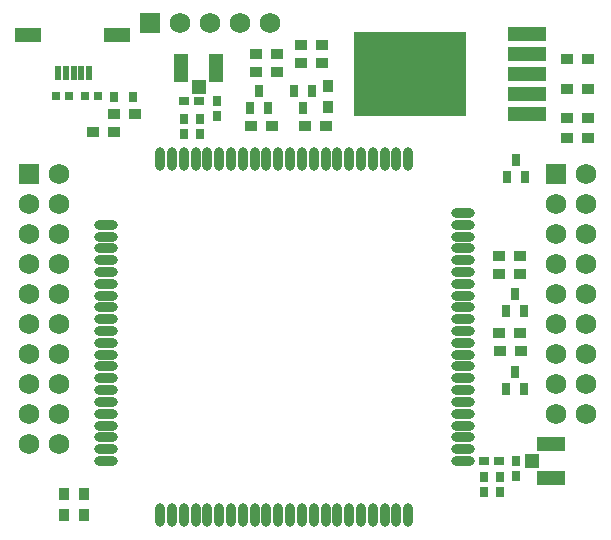
<source format=gts>
%FSLAX25Y25*%
%MOIN*%
G70*
G01*
G75*
G04 Layer_Color=8388736*
%ADD10R,0.02000X0.02500*%
%ADD11R,0.02500X0.02000*%
%ADD12R,0.02200X0.03300*%
%ADD13R,0.03500X0.03000*%
%ADD14R,0.03000X0.03500*%
%ADD15R,0.02362X0.02756*%
%ADD16R,0.01575X0.03937*%
%ADD17R,0.07874X0.03937*%
%ADD18R,0.11811X0.04213*%
%ADD19R,0.08661X0.04134*%
%ADD20R,0.04331X0.03937*%
%ADD21R,0.03937X0.04331*%
%ADD22R,0.04134X0.08661*%
%ADD23R,0.37008X0.27559*%
%ADD24O,0.02362X0.07087*%
%ADD25O,0.07087X0.02362*%
%ADD26R,0.01969X0.02362*%
%ADD27C,0.01200*%
%ADD28C,0.01000*%
%ADD29C,0.02000*%
%ADD30C,0.00600*%
%ADD31C,0.01500*%
%ADD32C,0.01300*%
%ADD33C,0.04000*%
%ADD34C,0.06000*%
%ADD35R,0.06000X0.06000*%
%ADD36R,0.06000X0.06000*%
%ADD37C,0.02500*%
%ADD38C,0.03000*%
%ADD39O,0.07600X0.02400*%
%ADD40R,0.07600X0.02400*%
%ADD41R,0.04724X0.01181*%
%ADD42R,0.01181X0.04724*%
%ADD43R,0.03937X0.02362*%
%ADD44R,0.03937X0.03937*%
%ADD45R,0.09449X0.10236*%
%ADD46R,0.07087X0.12992*%
%ADD47R,0.03937X0.03937*%
%ADD48R,0.03937X0.03937*%
%ADD49R,0.04921X0.07874*%
%ADD50R,0.09449X0.07087*%
%ADD51R,0.09843X0.04724*%
%ADD52R,0.04724X0.09843*%
%ADD53R,0.07087X0.05512*%
%ADD54R,0.02362X0.01969*%
%ADD55R,0.03300X0.02200*%
%ADD56R,0.05118X0.03150*%
%ADD57R,0.06693X0.05906*%
%ADD58C,0.01100*%
%ADD59C,0.07000*%
%ADD60C,0.00787*%
%ADD61C,0.01600*%
%ADD62C,0.00500*%
%ADD63C,0.00800*%
%ADD64R,0.00700X0.02537*%
%ADD65C,0.00400*%
%ADD66C,0.02756*%
%ADD67C,0.00700*%
%ADD68R,0.01870X0.17323*%
%ADD69R,0.01181X0.08412*%
%ADD70R,0.11811X0.01300*%
%ADD71R,0.13988X0.01000*%
%ADD72R,0.01300X0.11811*%
%ADD73R,0.02800X0.03300*%
%ADD74R,0.03300X0.02800*%
%ADD75R,0.03000X0.04100*%
%ADD76R,0.04300X0.03800*%
%ADD77R,0.03800X0.04300*%
%ADD78R,0.03162X0.03556*%
%ADD79R,0.02375X0.04737*%
%ADD80R,0.08674X0.04737*%
%ADD81R,0.12611X0.05013*%
%ADD82R,0.09461X0.04934*%
%ADD83R,0.05131X0.04737*%
%ADD84R,0.04737X0.05131*%
%ADD85R,0.04934X0.09461*%
%ADD86R,0.37808X0.28359*%
%ADD87O,0.03162X0.07887*%
%ADD88O,0.07887X0.03162*%
%ADD89R,0.02769X0.03162*%
%ADD90C,0.06800*%
%ADD91R,0.06800X0.06800*%
%ADD92R,0.06800X0.06800*%
D73*
X167830Y20500D02*
D03*
Y25500D02*
D03*
X162530Y15000D02*
D03*
Y20000D02*
D03*
X68142Y145500D02*
D03*
Y140500D02*
D03*
X62643Y134500D02*
D03*
Y139500D02*
D03*
X57143Y134500D02*
D03*
Y139500D02*
D03*
X157430Y20000D02*
D03*
Y15000D02*
D03*
D74*
X162430Y25500D02*
D03*
X157430D02*
D03*
X57143Y145500D02*
D03*
X62142D02*
D03*
D75*
X100032Y148874D02*
D03*
X94032D02*
D03*
X97032Y143074D02*
D03*
X167500Y81300D02*
D03*
X170500Y75500D02*
D03*
X164500D02*
D03*
Y49500D02*
D03*
X170500D02*
D03*
X167500Y55300D02*
D03*
X168000Y125800D02*
D03*
X171000Y120000D02*
D03*
X165000D02*
D03*
X82143Y148800D02*
D03*
X85142Y143000D02*
D03*
X79142D02*
D03*
D76*
X26900Y135000D02*
D03*
X33900D02*
D03*
X192000Y133294D02*
D03*
X185000D02*
D03*
Y159595D02*
D03*
X192000D02*
D03*
Y139700D02*
D03*
X185000D02*
D03*
X81442Y155000D02*
D03*
X88442D02*
D03*
X96143Y158000D02*
D03*
X103142D02*
D03*
X33874Y141000D02*
D03*
X40874D02*
D03*
X162343Y93800D02*
D03*
X169343D02*
D03*
X169500Y62000D02*
D03*
X162500D02*
D03*
X169343Y87800D02*
D03*
X162343D02*
D03*
X191937Y149594D02*
D03*
X184937D02*
D03*
X169343Y68300D02*
D03*
X162343D02*
D03*
X81442Y161000D02*
D03*
X97532Y137018D02*
D03*
X104532D02*
D03*
X96143Y164000D02*
D03*
X86513Y137018D02*
D03*
X79513D02*
D03*
X88442Y161000D02*
D03*
X103142Y164000D02*
D03*
D77*
X105437Y150594D02*
D03*
Y143595D02*
D03*
X17350Y7366D02*
D03*
Y14366D02*
D03*
X23850Y7366D02*
D03*
Y14366D02*
D03*
D78*
X40370Y146985D02*
D03*
X33874D02*
D03*
D79*
X17938Y154851D02*
D03*
X25615D02*
D03*
X20497D02*
D03*
X15379D02*
D03*
X23056D02*
D03*
D80*
X35064Y167450D02*
D03*
X5142D02*
D03*
D81*
X171537Y147787D02*
D03*
Y141095D02*
D03*
Y161173D02*
D03*
Y154480D02*
D03*
Y167866D02*
D03*
D82*
X179500Y19693D02*
D03*
Y31307D02*
D03*
D83*
X173201Y25500D02*
D03*
D84*
X62142Y150301D02*
D03*
D85*
X56335Y156600D02*
D03*
X67950D02*
D03*
D86*
X132649Y154520D02*
D03*
D87*
X53280Y7390D02*
D03*
X61154D02*
D03*
X65091D02*
D03*
X72965D02*
D03*
X69028D02*
D03*
X84776D02*
D03*
X88713D02*
D03*
X80839D02*
D03*
X76902D02*
D03*
X108398D02*
D03*
X112335D02*
D03*
X116272D02*
D03*
X100524D02*
D03*
X104461D02*
D03*
X96587D02*
D03*
X92650D02*
D03*
X132020D02*
D03*
X128083D02*
D03*
X57217Y7390D02*
D03*
X49343Y7390D02*
D03*
X53280Y126287D02*
D03*
X120209Y126287D02*
D03*
X124146D02*
D03*
X132020D02*
D03*
X128083D02*
D03*
X88713D02*
D03*
X92650D02*
D03*
X100524D02*
D03*
X96587D02*
D03*
X112335D02*
D03*
X116272D02*
D03*
X108398D02*
D03*
X104461D02*
D03*
X72965D02*
D03*
X76902D02*
D03*
X84776D02*
D03*
X80839D02*
D03*
X65091D02*
D03*
X69028D02*
D03*
X61154D02*
D03*
X57217D02*
D03*
X49343D02*
D03*
X120209Y7390D02*
D03*
X124146Y7390D02*
D03*
D88*
X150130Y104240D02*
D03*
Y100303D02*
D03*
Y92429D02*
D03*
Y96366D02*
D03*
Y80618D02*
D03*
Y76681D02*
D03*
Y84555D02*
D03*
Y88492D02*
D03*
Y56996D02*
D03*
Y53059D02*
D03*
Y45185D02*
D03*
Y49122D02*
D03*
Y64870D02*
D03*
Y60933D02*
D03*
Y68807D02*
D03*
Y72744D02*
D03*
Y25500D02*
D03*
Y33374D02*
D03*
Y29437D02*
D03*
Y37311D02*
D03*
Y41248D02*
D03*
X31232D02*
D03*
Y37311D02*
D03*
Y29437D02*
D03*
Y33374D02*
D03*
X150130Y108177D02*
D03*
X31232Y25500D02*
D03*
Y72744D02*
D03*
Y68807D02*
D03*
Y60933D02*
D03*
Y64870D02*
D03*
Y49122D02*
D03*
Y45185D02*
D03*
Y53059D02*
D03*
Y56996D02*
D03*
Y88492D02*
D03*
Y84555D02*
D03*
Y76681D02*
D03*
Y80618D02*
D03*
Y96366D02*
D03*
Y100303D02*
D03*
Y104240D02*
D03*
Y92429D02*
D03*
D89*
X28597Y147158D02*
D03*
X24154D02*
D03*
X19000Y147000D02*
D03*
X14557D02*
D03*
D90*
X15500Y91000D02*
D03*
X5500D02*
D03*
X15500Y81000D02*
D03*
X5500Y71000D02*
D03*
X15500Y31000D02*
D03*
X5500D02*
D03*
X15500Y41000D02*
D03*
X5500D02*
D03*
X15500Y51000D02*
D03*
X5500D02*
D03*
Y81000D02*
D03*
X15500Y111000D02*
D03*
X5500D02*
D03*
X15500Y121000D02*
D03*
X5500Y101000D02*
D03*
X15500D02*
D03*
Y71000D02*
D03*
X5500Y61000D02*
D03*
X15500D02*
D03*
X191350Y41000D02*
D03*
X181350D02*
D03*
Y51000D02*
D03*
X191350D02*
D03*
Y71000D02*
D03*
Y81000D02*
D03*
X181350D02*
D03*
X191350Y91000D02*
D03*
X181350D02*
D03*
X191350Y101000D02*
D03*
X181350D02*
D03*
X191350Y111000D02*
D03*
X181350D02*
D03*
X191350Y121000D02*
D03*
Y61000D02*
D03*
X181350D02*
D03*
Y71000D02*
D03*
X56000Y171500D02*
D03*
X66000D02*
D03*
X76000D02*
D03*
X86000D02*
D03*
D91*
X5500Y121000D02*
D03*
X181350D02*
D03*
D92*
X46000Y171500D02*
D03*
M02*

</source>
